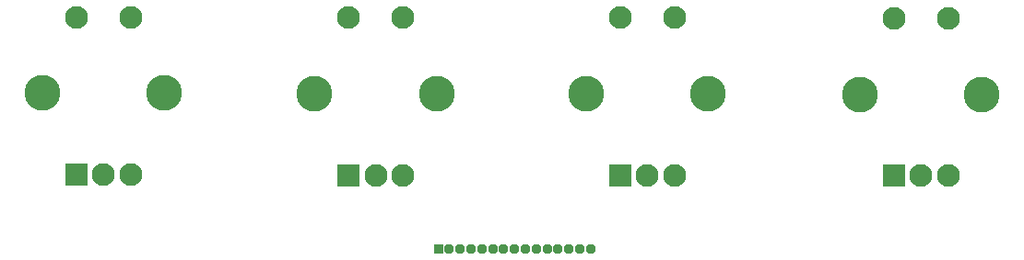
<source format=gbr>
%TF.GenerationSoftware,KiCad,Pcbnew,(5.1.6)-1*%
%TF.CreationDate,2020-06-17T13:42:06+02:00*%
%TF.ProjectId,antrieb smd,616e7472-6965-4622-9073-6d642e6b6963,rev?*%
%TF.SameCoordinates,Original*%
%TF.FileFunction,Soldermask,Bot*%
%TF.FilePolarity,Negative*%
%FSLAX46Y46*%
G04 Gerber Fmt 4.6, Leading zero omitted, Abs format (unit mm)*
G04 Created by KiCad (PCBNEW (5.1.6)-1) date 2020-06-17 13:42:06*
%MOMM*%
%LPD*%
G01*
G04 APERTURE LIST*
%ADD10C,2.100000*%
%ADD11C,3.300000*%
%ADD12R,2.100000X2.100000*%
%ADD13R,0.950000X0.950000*%
%ADD14O,0.950000X0.950000*%
G04 APERTURE END LIST*
D10*
%TO.C,SW4*%
X106790500Y-20996500D03*
X101790500Y-20996500D03*
D11*
X109890500Y-27996500D03*
X98690500Y-27996500D03*
D10*
X106790500Y-35496500D03*
X104290500Y-35496500D03*
D12*
X101790500Y-35496500D03*
%TD*%
D10*
%TO.C,SW3*%
X81644500Y-20933000D03*
X76644500Y-20933000D03*
D11*
X84744500Y-27933000D03*
X73544500Y-27933000D03*
D10*
X81644500Y-35433000D03*
X79144500Y-35433000D03*
D12*
X76644500Y-35433000D03*
%TD*%
%TO.C,SW2*%
X51689000Y-35433000D03*
D10*
X54189000Y-35433000D03*
X56689000Y-35433000D03*
D11*
X48589000Y-27933000D03*
X59789000Y-27933000D03*
D10*
X51689000Y-20933000D03*
X56689000Y-20933000D03*
%TD*%
D13*
%TO.C,J1*%
X59944500Y-42202100D03*
D14*
X60944500Y-42202100D03*
X61944500Y-42202100D03*
X62944500Y-42202100D03*
X63944500Y-42202100D03*
X64944500Y-42202100D03*
X65944500Y-42202100D03*
X66944500Y-42202100D03*
X67944500Y-42202100D03*
X68944500Y-42202100D03*
X69944500Y-42202100D03*
X70944500Y-42202100D03*
X71944500Y-42202100D03*
X72944500Y-42202100D03*
X73944500Y-42202100D03*
%TD*%
D10*
%TO.C,SW1*%
X31670000Y-20869500D03*
X26670000Y-20869500D03*
D11*
X34770000Y-27869500D03*
X23570000Y-27869500D03*
D10*
X31670000Y-35369500D03*
X29170000Y-35369500D03*
D12*
X26670000Y-35369500D03*
%TD*%
M02*

</source>
